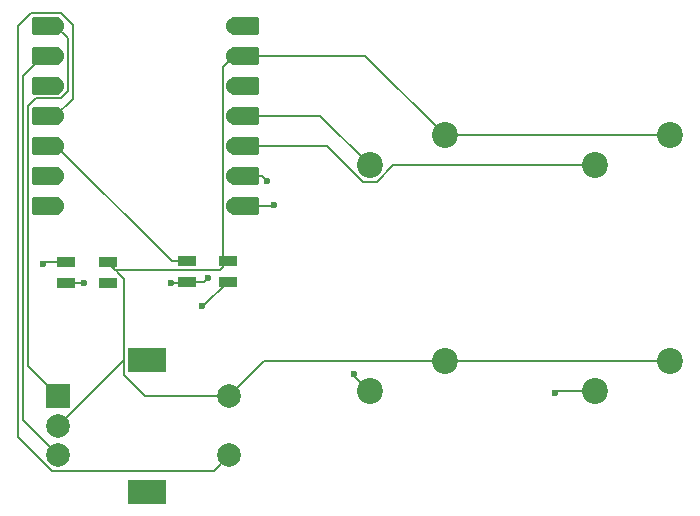
<source format=gbr>
%TF.GenerationSoftware,KiCad,Pcbnew,9.0.2*%
%TF.CreationDate,2025-07-11T16:03:10-07:00*%
%TF.ProjectId,undercity,756e6465-7263-4697-9479-2e6b69636164,rev?*%
%TF.SameCoordinates,Original*%
%TF.FileFunction,Copper,L1,Top*%
%TF.FilePolarity,Positive*%
%FSLAX46Y46*%
G04 Gerber Fmt 4.6, Leading zero omitted, Abs format (unit mm)*
G04 Created by KiCad (PCBNEW 9.0.2) date 2025-07-11 16:03:10*
%MOMM*%
%LPD*%
G01*
G04 APERTURE LIST*
G04 Aperture macros list*
%AMRoundRect*
0 Rectangle with rounded corners*
0 $1 Rounding radius*
0 $2 $3 $4 $5 $6 $7 $8 $9 X,Y pos of 4 corners*
0 Add a 4 corners polygon primitive as box body*
4,1,4,$2,$3,$4,$5,$6,$7,$8,$9,$2,$3,0*
0 Add four circle primitives for the rounded corners*
1,1,$1+$1,$2,$3*
1,1,$1+$1,$4,$5*
1,1,$1+$1,$6,$7*
1,1,$1+$1,$8,$9*
0 Add four rect primitives between the rounded corners*
20,1,$1+$1,$2,$3,$4,$5,0*
20,1,$1+$1,$4,$5,$6,$7,0*
20,1,$1+$1,$6,$7,$8,$9,0*
20,1,$1+$1,$8,$9,$2,$3,0*%
G04 Aperture macros list end*
%TA.AperFunction,ComponentPad*%
%ADD10R,2.000000X2.000000*%
%TD*%
%TA.AperFunction,ComponentPad*%
%ADD11C,2.000000*%
%TD*%
%TA.AperFunction,ComponentPad*%
%ADD12R,3.200000X2.000000*%
%TD*%
%TA.AperFunction,ComponentPad*%
%ADD13C,2.200000*%
%TD*%
%TA.AperFunction,SMDPad,CuDef*%
%ADD14RoundRect,0.152400X1.063600X0.609600X-1.063600X0.609600X-1.063600X-0.609600X1.063600X-0.609600X0*%
%TD*%
%TA.AperFunction,ComponentPad*%
%ADD15C,1.524000*%
%TD*%
%TA.AperFunction,SMDPad,CuDef*%
%ADD16RoundRect,0.152400X-1.063600X-0.609600X1.063600X-0.609600X1.063600X0.609600X-1.063600X0.609600X0*%
%TD*%
%TA.AperFunction,SMDPad,CuDef*%
%ADD17R,1.600000X0.850000*%
%TD*%
%TA.AperFunction,ViaPad*%
%ADD18C,0.600000*%
%TD*%
%TA.AperFunction,Conductor*%
%ADD19C,0.200000*%
%TD*%
G04 APERTURE END LIST*
D10*
%TO.P,SW5,A,A*%
%TO.N,Net-(U1-GPIO26{slash}ADC0{slash}A0)*%
X131000000Y-76700000D03*
D11*
%TO.P,SW5,B,B*%
%TO.N,Net-(U1-GPIO27{slash}ADC1{slash}A1)*%
X131000000Y-81700000D03*
%TO.P,SW5,C,C*%
%TO.N,GND*%
X131000000Y-79200000D03*
D12*
%TO.P,SW5,MP,MP*%
%TO.N,unconnected-(SW5-PadMP)*%
X138500000Y-73600000D03*
X138500000Y-84800000D03*
D11*
%TO.P,SW5,S1,S1*%
%TO.N,Net-(U1-GPIO29{slash}ADC3{slash}A3)*%
X145500000Y-81700000D03*
%TO.P,SW5,S2,S2*%
%TO.N,GND*%
X145500000Y-76700000D03*
%TD*%
D13*
%TO.P,SW4,1,1*%
%TO.N,GND*%
X163760000Y-54620000D03*
%TO.P,SW4,2,2*%
%TO.N,Net-(U1-GPIO3{slash}MOSI)*%
X157410000Y-57160000D03*
%TD*%
D14*
%TO.P,U1,1,GPIO26/ADC0/A0*%
%TO.N,Net-(U1-GPIO26{slash}ADC0{slash}A0)*%
X129945000Y-45348500D03*
D15*
X130780000Y-45348500D03*
D14*
%TO.P,U1,2,GPIO27/ADC1/A1*%
%TO.N,Net-(U1-GPIO27{slash}ADC1{slash}A1)*%
X129945000Y-47888500D03*
D15*
X130780000Y-47888500D03*
D14*
%TO.P,U1,3,GPIO28/ADC2/A2*%
%TO.N,unconnected-(U1-GPIO28{slash}ADC2{slash}A2-Pad3)*%
X129945000Y-50428500D03*
D15*
X130780000Y-50428500D03*
D14*
%TO.P,U1,4,GPIO29/ADC3/A3*%
%TO.N,Net-(U1-GPIO29{slash}ADC3{slash}A3)*%
X129945000Y-52968500D03*
D15*
X130780000Y-52968500D03*
D14*
%TO.P,U1,5,GPIO6/SDA*%
%TO.N,Net-(D1-DIN)*%
X129945000Y-55508500D03*
D15*
X130780000Y-55508500D03*
D14*
%TO.P,U1,6,GPIO7/SCL*%
%TO.N,unconnected-(U1-GPIO7{slash}SCL-Pad6)*%
X129945000Y-58048500D03*
D15*
X130780000Y-58048500D03*
D14*
%TO.P,U1,7,GPIO0/TX*%
%TO.N,unconnected-(U1-GPIO0{slash}TX-Pad7)*%
X129945000Y-60588500D03*
D15*
X130780000Y-60588500D03*
%TO.P,U1,8,GPIO1/RX*%
%TO.N,Net-(U1-GPIO1{slash}RX)*%
X146020000Y-60588500D03*
D16*
X146855000Y-60588500D03*
D15*
%TO.P,U1,9,GPIO2/SCK*%
%TO.N,Net-(U1-GPIO2{slash}SCK)*%
X146020000Y-58048500D03*
D16*
X146855000Y-58048500D03*
D15*
%TO.P,U1,10,GPIO4/MISO*%
%TO.N,Net-(U1-GPIO4{slash}MISO)*%
X146020000Y-55508500D03*
D16*
X146855000Y-55508500D03*
D15*
%TO.P,U1,11,GPIO3/MOSI*%
%TO.N,Net-(U1-GPIO3{slash}MOSI)*%
X146020000Y-52968500D03*
D16*
X146855000Y-52968500D03*
D15*
%TO.P,U1,12,3V3*%
%TO.N,unconnected-(U1-3V3-Pad12)*%
X146020000Y-50428500D03*
D16*
X146855000Y-50428500D03*
D15*
%TO.P,U1,13,GND*%
%TO.N,GND*%
X146020000Y-47888500D03*
D16*
X146855000Y-47888500D03*
D15*
%TO.P,U1,14,VBUS*%
%TO.N,+5V*%
X146020000Y-45348500D03*
D16*
X146855000Y-45348500D03*
%TD*%
D13*
%TO.P,SW1,2,2*%
%TO.N,Net-(U1-GPIO1{slash}RX)*%
X176490000Y-76260000D03*
%TO.P,SW1,1,1*%
%TO.N,GND*%
X182840000Y-73720000D03*
%TD*%
%TO.P,SW2,2,2*%
%TO.N,Net-(U1-GPIO2{slash}SCK)*%
X157410000Y-76260000D03*
%TO.P,SW2,1,1*%
%TO.N,GND*%
X163760000Y-73720000D03*
%TD*%
%TO.P,SW3,2,2*%
%TO.N,Net-(U1-GPIO4{slash}MISO)*%
X176470000Y-57160000D03*
%TO.P,SW3,1,1*%
%TO.N,GND*%
X182820000Y-54620000D03*
%TD*%
D17*
%TO.P,D2,4,VDD*%
%TO.N,+5V*%
X131700000Y-67100000D03*
%TO.P,D2,3,DIN*%
%TO.N,Net-(D1-DOUT)*%
X131700000Y-65350000D03*
%TO.P,D2,2,VSS*%
%TO.N,GND*%
X135200000Y-65350000D03*
%TO.P,D2,1,DOUT*%
%TO.N,unconnected-(D2-DOUT-Pad1)*%
X135200000Y-67100000D03*
%TD*%
%TO.P,D1,4,VDD*%
%TO.N,+5V*%
X141900000Y-67000000D03*
%TO.P,D1,3,DIN*%
%TO.N,Net-(D1-DIN)*%
X141900000Y-65250000D03*
%TO.P,D1,2,VSS*%
%TO.N,GND*%
X145400000Y-65250000D03*
%TO.P,D1,1,DOUT*%
%TO.N,Net-(D1-DOUT)*%
X145400000Y-67000000D03*
%TD*%
D18*
%TO.N,+5V*%
X143700000Y-66700000D03*
X140600000Y-67100000D03*
%TO.N,Net-(U1-GPIO2{slash}SCK)*%
X156100000Y-74800000D03*
X148700000Y-58500000D03*
%TO.N,Net-(U1-GPIO1{slash}RX)*%
X173100000Y-76400000D03*
X149300000Y-60500000D03*
%TO.N,+5V*%
X133200000Y-67100000D03*
%TO.N,Net-(D1-DOUT)*%
X129700000Y-65500000D03*
X143200000Y-69100000D03*
%TD*%
D19*
%TO.N,Net-(D1-DOUT)*%
X145400000Y-67000000D02*
X143300000Y-69100000D01*
X143300000Y-69100000D02*
X143200000Y-69100000D01*
%TO.N,+5V*%
X143400000Y-67000000D02*
X143700000Y-66700000D01*
X141900000Y-67000000D02*
X143400000Y-67000000D01*
X140600000Y-67100000D02*
X141800000Y-67100000D01*
X141800000Y-67100000D02*
X141900000Y-67000000D01*
%TO.N,GND*%
X144674000Y-65976000D02*
X145400000Y-65250000D01*
%TO.N,Net-(U1-GPIO29{slash}ADC3{slash}A3)*%
X145500000Y-81700000D02*
X144199000Y-83001000D01*
X144199000Y-83001000D02*
X130461108Y-83001000D01*
X130461108Y-83001000D02*
X127599000Y-80138892D01*
X131220310Y-44285500D02*
X132244000Y-45309190D01*
X127599000Y-80138892D02*
X127599000Y-45375874D01*
X127599000Y-45375874D02*
X128689374Y-44285500D01*
X128689374Y-44285500D02*
X131220310Y-44285500D01*
X132244000Y-45309190D02*
X132244000Y-51504500D01*
X132244000Y-51504500D02*
X130780000Y-52968500D01*
%TO.N,Net-(U1-GPIO2{slash}SCK)*%
X148700000Y-58500000D02*
X148248500Y-58048500D01*
X148248500Y-58048500D02*
X146020000Y-58048500D01*
X156100000Y-74950000D02*
X156100000Y-74800000D01*
X157410000Y-76260000D02*
X156100000Y-74950000D01*
%TO.N,Net-(U1-GPIO1{slash}RX)*%
X146020000Y-60588500D02*
X149211500Y-60588500D01*
X149211500Y-60588500D02*
X149300000Y-60500000D01*
X173240000Y-76260000D02*
X173100000Y-76400000D01*
X176490000Y-76260000D02*
X173240000Y-76260000D01*
%TO.N,GND*%
X163760000Y-73720000D02*
X148480000Y-73720000D01*
X148480000Y-73720000D02*
X145500000Y-76700000D01*
X182840000Y-73720000D02*
X163760000Y-73720000D01*
%TO.N,Net-(U1-GPIO4{slash}MISO)*%
X176470000Y-57160000D02*
X159391314Y-57160000D01*
X159391314Y-57160000D02*
X157990314Y-58561000D01*
X157990314Y-58561000D02*
X156829686Y-58561000D01*
X156829686Y-58561000D02*
X153777186Y-55508500D01*
X153777186Y-55508500D02*
X146855000Y-55508500D01*
%TO.N,Net-(U1-GPIO3{slash}MOSI)*%
X157410000Y-57160000D02*
X153218500Y-52968500D01*
X153218500Y-52968500D02*
X146855000Y-52968500D01*
%TO.N,GND*%
X182820000Y-54620000D02*
X163760000Y-54620000D01*
X163760000Y-54620000D02*
X157028500Y-47888500D01*
X157028500Y-47888500D02*
X146020000Y-47888500D01*
%TO.N,Net-(U1-GPIO27{slash}ADC1{slash}A1)*%
X131000000Y-81700000D02*
X128000000Y-78700000D01*
X128000000Y-78700000D02*
X128000000Y-49590870D01*
X129702370Y-47888500D02*
X130780000Y-47888500D01*
X128000000Y-49590870D02*
X129702370Y-47888500D01*
%TO.N,Net-(U1-GPIO26{slash}ADC0{slash}A0)*%
X131000000Y-76700000D02*
X128428000Y-74128000D01*
X128428000Y-74128000D02*
X128428000Y-52166874D01*
X128428000Y-52166874D02*
X129103374Y-51491500D01*
X131843000Y-50868810D02*
X131843000Y-46411500D01*
X129103374Y-51491500D02*
X131220310Y-51491500D01*
X131220310Y-51491500D02*
X131843000Y-50868810D01*
X131843000Y-46411500D02*
X130780000Y-45348500D01*
%TO.N,GND*%
X136600000Y-66750000D02*
X136600000Y-72300000D01*
X145500000Y-76700000D02*
X138398000Y-76700000D01*
X138398000Y-76700000D02*
X136600000Y-74902000D01*
X136600000Y-74902000D02*
X136600000Y-72300000D01*
X135200000Y-65350000D02*
X136600000Y-66750000D01*
X136600000Y-72300000D02*
X136600000Y-73600000D01*
X136600000Y-73600000D02*
X131000000Y-79200000D01*
%TO.N,+5V*%
X131700000Y-67100000D02*
X133200000Y-67100000D01*
%TO.N,Net-(D1-DOUT)*%
X129700000Y-65500000D02*
X129850000Y-65350000D01*
X129850000Y-65350000D02*
X131700000Y-65350000D01*
%TO.N,Net-(D1-DIN)*%
X141900000Y-65250000D02*
X140621500Y-65250000D01*
X140621500Y-65250000D02*
X130780000Y-55408500D01*
%TO.N,GND*%
X144674000Y-65976000D02*
X135826000Y-65976000D01*
X135826000Y-65976000D02*
X135200000Y-65350000D01*
X144957000Y-48851500D02*
X146020000Y-47788500D01*
X144957000Y-64807000D02*
X144957000Y-48851500D01*
%TO.N,Net-(U1-GPIO3{slash}MOSI)*%
X147063500Y-52660000D02*
X146855000Y-52868500D01*
%TD*%
M02*

</source>
